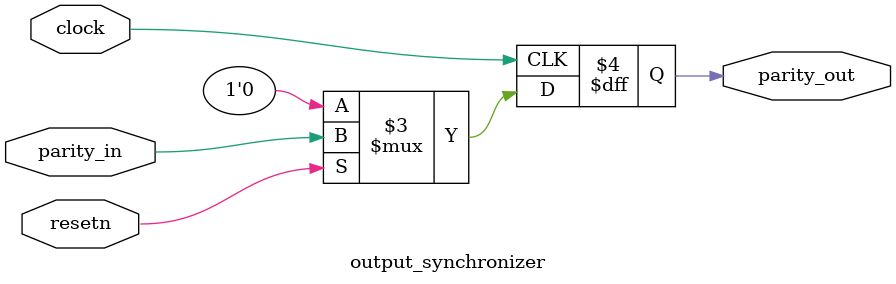
<source format=sv>
module sync_odd_parity_gen(
  input clock, resetn,
  input [7:0] din,
  output p_out
);
  // 内部连线
  wire parity_bit;
  
  // 奇偶校验计算子模块
  parity_calculator parity_calc_inst (
    .data_in(din),
    .odd_parity(parity_bit)
  );
  
  // 输出寄存器子模块
  output_synchronizer output_sync_inst (
    .clock(clock),
    .resetn(resetn),
    .parity_in(parity_bit),
    .parity_out(p_out)
  );
endmodule

// 奇偶校验计算子模块
module parity_calculator(
  input [7:0] data_in,
  output odd_parity
);
  // 计算奇校验位（输入位的异或结果取反）
  assign odd_parity = ~(^data_in);
endmodule

// 输出同步器子模块
module output_synchronizer(
  input clock, resetn,
  input parity_in,
  output reg parity_out
);
  always @(posedge clock) begin
    parity_out <= (!resetn) ? 1'b0 : parity_in;
  end
endmodule
</source>
